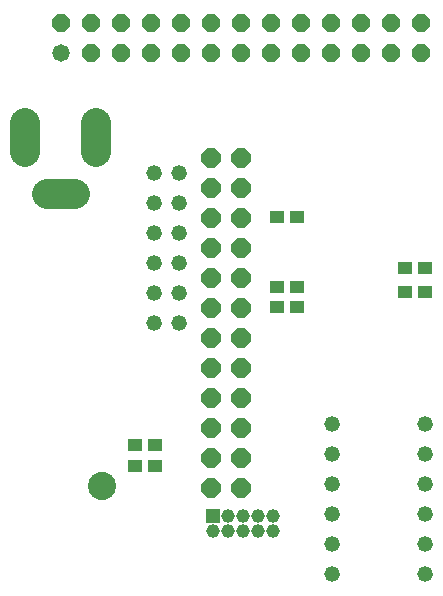
<source format=gbs>
G75*
G70*
%OFA0B0*%
%FSLAX24Y24*%
%IPPOS*%
%LPD*%
%AMOC8*
5,1,8,0,0,1.08239X$1,22.5*
%
%ADD10C,0.0580*%
%ADD11OC8,0.0580*%
%ADD12R,0.0473X0.0434*%
%ADD13R,0.0460X0.0460*%
%ADD14C,0.0460*%
%ADD15C,0.0520*%
%ADD16OC8,0.0640*%
%ADD17C,0.0985*%
%ADD18C,0.0940*%
D10*
X002200Y018200D03*
D11*
X002200Y019200D03*
X003200Y019200D03*
X003200Y018200D03*
X004200Y018200D03*
X004200Y019200D03*
X005200Y019200D03*
X005200Y018200D03*
X006200Y018200D03*
X006200Y019200D03*
X007200Y019200D03*
X007200Y018200D03*
X008200Y018200D03*
X008200Y019200D03*
X009200Y019200D03*
X009200Y018200D03*
X010200Y018200D03*
X010200Y019200D03*
X011200Y019200D03*
X011200Y018200D03*
X012200Y018200D03*
X012200Y019200D03*
X013200Y019200D03*
X013200Y018200D03*
X014200Y018200D03*
X014200Y019200D03*
D12*
X010085Y012750D03*
X009415Y012750D03*
X009415Y010400D03*
X009415Y009750D03*
X010085Y009750D03*
X010085Y010400D03*
X013665Y010250D03*
X013665Y011050D03*
X014335Y011050D03*
X014335Y010250D03*
X005335Y005150D03*
X005335Y004450D03*
X004665Y004450D03*
X004665Y005150D03*
D13*
X007290Y002770D03*
D14*
X007290Y002270D03*
X007790Y002270D03*
X007790Y002770D03*
X008290Y002770D03*
X008290Y002270D03*
X008790Y002270D03*
X008790Y002770D03*
X009290Y002770D03*
X009290Y002270D03*
D15*
X011250Y001850D03*
X011250Y000850D03*
X011250Y002850D03*
X011250Y003850D03*
X011250Y004850D03*
X011250Y005850D03*
X014350Y005850D03*
X014350Y004850D03*
X014350Y003850D03*
X014350Y002850D03*
X014350Y001850D03*
X014350Y000850D03*
X006150Y009200D03*
X006150Y010200D03*
X006150Y011200D03*
X006150Y012200D03*
X006150Y013200D03*
X006150Y014200D03*
X005300Y014200D03*
X005300Y013200D03*
X005300Y012200D03*
X005300Y011200D03*
X005300Y010200D03*
X005300Y009200D03*
D16*
X007200Y008720D03*
X007200Y007720D03*
X007200Y006720D03*
X007200Y005720D03*
X007200Y004720D03*
X007200Y003720D03*
X008200Y003720D03*
X008200Y004720D03*
X008200Y005720D03*
X008200Y006720D03*
X008200Y007720D03*
X008200Y008720D03*
X008200Y009720D03*
X008200Y010720D03*
X008200Y011720D03*
X008200Y012720D03*
X008200Y013720D03*
X008200Y014720D03*
X007200Y014720D03*
X007200Y013720D03*
X007200Y012720D03*
X007200Y011720D03*
X007200Y010720D03*
X007200Y009720D03*
D17*
X003381Y014928D02*
X003381Y015872D01*
X002672Y013510D02*
X001728Y013510D01*
X001019Y014928D02*
X001019Y015872D01*
D18*
X003570Y003780D03*
M02*

</source>
